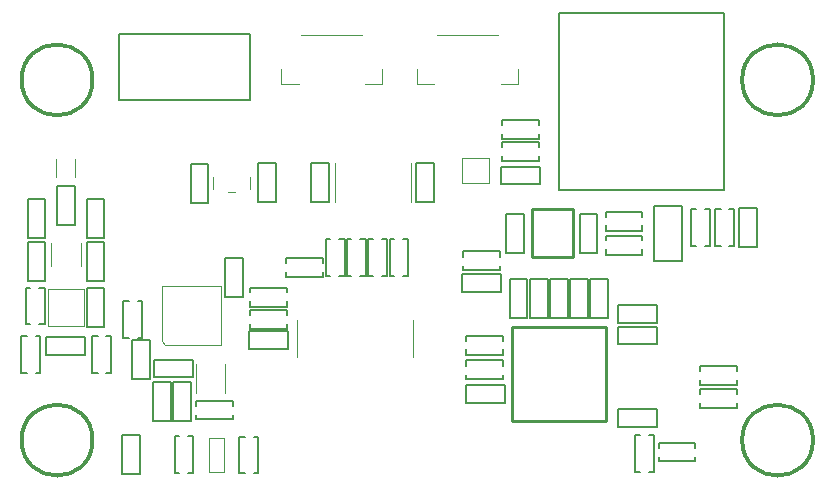
<source format=gbr>
G04*
G04 #@! TF.GenerationSoftware,Altium Limited,Altium Designer,24.7.2 (38)*
G04*
G04 Layer_Color=32768*
%FSLAX25Y25*%
%MOIN*%
G70*
G04*
G04 #@! TF.SameCoordinates,AB7849DE-EAC8-4354-A705-FC1E97C67EB3*
G04*
G04*
G04 #@! TF.FilePolarity,Positive*
G04*
G01*
G75*
%ADD13C,0.00787*%
%ADD15C,0.01000*%
%ADD16C,0.00394*%
%ADD20C,0.01181*%
%ADD21C,0.00500*%
%ADD23C,0.00197*%
D13*
X313976Y285236D02*
X369094D01*
Y344291D01*
X313976Y285236D02*
Y344291D01*
X369094D01*
X167198Y315074D02*
X211095D01*
X167198D02*
Y337122D01*
X211095D01*
Y315074D02*
Y337122D01*
D15*
X298228Y208071D02*
X329724D01*
X298228D02*
Y239567D01*
X329724D01*
Y208071D02*
Y239567D01*
X305008Y262669D02*
X318508D01*
Y278669D01*
X305008D02*
X318508D01*
X305008Y262669D02*
Y278669D01*
D16*
X265394Y229331D02*
Y241929D01*
X226732Y229331D02*
Y241929D01*
X273228Y336811D02*
X293701D01*
X300197Y320472D02*
Y325590D01*
X294488Y320472D02*
X300197D01*
X266732D02*
Y325590D01*
Y320472D02*
X272441D01*
X227953Y336811D02*
X248425D01*
X254921Y320472D02*
Y325590D01*
X249213Y320472D02*
X254921D01*
X221457D02*
Y325590D01*
Y320472D02*
X227165D01*
X181509Y253172D02*
X201194D01*
Y233487D02*
Y253172D01*
X182690Y233487D02*
X201194D01*
X181509Y234668D02*
Y253172D01*
Y234668D02*
X182690Y233487D01*
X197146Y191142D02*
X202264D01*
Y202559D01*
X197146D02*
X202264D01*
X197146Y191142D02*
Y202559D01*
X202621Y217591D02*
Y227237D01*
X192975Y217591D02*
Y227237D01*
X143504Y239862D02*
X155709D01*
Y252067D01*
X143504D02*
X155709D01*
X143504Y245965D02*
Y252067D01*
Y239862D02*
Y245965D01*
X152756Y289469D02*
Y295374D01*
X146457Y289469D02*
Y295374D01*
X154724Y259744D02*
Y267618D01*
X144488Y259744D02*
Y267618D01*
X264764Y281102D02*
Y294094D01*
X239173Y281102D02*
Y294094D01*
X203543Y284449D02*
X205906D01*
X210827Y285630D02*
Y289567D01*
X198622Y285630D02*
Y289567D01*
D20*
X398622Y201772D02*
G03*
X398622Y201772I-11811J0D01*
G01*
Y321850D02*
G03*
X398622Y321850I-11811J0D01*
G01*
X158465Y201772D02*
G03*
X158465Y201772I-11811J0D01*
G01*
Y321850D02*
G03*
X158465Y321850I-11811J0D01*
G01*
D21*
X310142Y242507D02*
Y255500D01*
X304237Y242507D02*
X310142D01*
X304237D02*
Y255500D01*
X310142D01*
X333734Y206299D02*
Y212205D01*
Y206299D02*
X346727D01*
Y212205D01*
X333734D02*
X346727D01*
X142520Y240354D02*
Y252559D01*
X140648D02*
X142520D01*
X136223D02*
X137698D01*
X136223Y240357D02*
X136226Y240354D01*
X136223Y240357D02*
Y252559D01*
X136226Y240354D02*
X137700D01*
X140647D02*
X142520D01*
X185446Y208290D02*
X191351D01*
Y221282D01*
X185446D02*
X191351D01*
X185446Y208290D02*
Y221282D01*
X192106Y190921D02*
Y203126D01*
X190235D02*
X192106D01*
X185810D02*
X187285D01*
X185810Y190924D02*
X185813Y190921D01*
X185810Y190924D02*
Y203126D01*
X185813Y190921D02*
X187286D01*
X190233D02*
X192106D01*
X365945Y266535D02*
Y278740D01*
Y266535D02*
X367816D01*
X370766D02*
X372241D01*
X372238Y278740D02*
X372241Y278737D01*
Y266535D02*
Y278737D01*
X370765Y278740D02*
X372238D01*
X365945D02*
X367818D01*
X207382Y190748D02*
Y202953D01*
Y190748D02*
X209253D01*
X212203D02*
X213678D01*
X213675Y202953D02*
X213678Y202950D01*
Y190748D02*
Y202950D01*
X212202Y202953D02*
X213675D01*
X207382D02*
X209255D01*
X168287Y190528D02*
Y203520D01*
X174193D01*
Y190528D02*
Y203520D01*
X168287Y190528D02*
X174193D01*
X202559Y249410D02*
Y262402D01*
X208465D01*
Y249410D02*
Y262402D01*
X202559Y249410D02*
X208465D01*
X205328Y213110D02*
Y214983D01*
Y208690D02*
Y210163D01*
X193123Y208687D02*
X205325D01*
X205328Y208690D01*
X193123Y208687D02*
Y210162D01*
Y213111D02*
Y214983D01*
X205328D01*
X178556Y208290D02*
Y221282D01*
X184462D01*
Y208290D02*
Y221282D01*
X178556Y208290D02*
X184462D01*
X178950Y228566D02*
X191942D01*
Y222660D02*
Y228566D01*
X178950Y222660D02*
X191942D01*
X178950D02*
Y228566D01*
X171666Y222070D02*
Y235062D01*
X177572D01*
Y222070D02*
Y235062D01*
X171666Y222070D02*
X177572D01*
X168701Y248031D02*
X170574D01*
X173521D02*
X174994D01*
X174997Y235827D02*
Y248028D01*
X174994Y248031D02*
X174997Y248028D01*
X173522Y235827D02*
X174997D01*
X168701D02*
X170572D01*
X168701D02*
Y248031D01*
X329528Y271457D02*
X341732D01*
Y273328D01*
Y276278D02*
Y277753D01*
X329528Y277750D02*
X329531Y277753D01*
X341732D01*
X329528Y276277D02*
Y277750D01*
Y271457D02*
Y273330D01*
Y263583D02*
Y265456D01*
Y268403D02*
Y269876D01*
X329531Y269879D02*
X341732D01*
X329528Y269876D02*
X329531Y269879D01*
X341732Y268404D02*
Y269879D01*
Y263583D02*
Y265454D01*
X329528Y263583D02*
X341732D01*
X326772Y264173D02*
Y277165D01*
X320866Y264173D02*
X326772D01*
X320866D02*
Y277165D01*
X326772D01*
X281652Y251091D02*
X294644D01*
X281652D02*
Y256996D01*
X294644D01*
Y251091D02*
Y256996D01*
X282087Y264764D02*
X294291D01*
X282087Y262892D02*
Y264764D01*
Y258468D02*
Y259942D01*
X294288Y258468D02*
X294291Y258471D01*
X282087Y258468D02*
X294288D01*
X294291Y258471D02*
Y259944D01*
Y262891D02*
Y264764D01*
X296260Y264173D02*
Y277165D01*
X302165D01*
Y264173D02*
Y277165D01*
X296260Y264173D02*
X302165D01*
X345669Y279724D02*
X355118D01*
X345669Y261614D02*
X355118D01*
Y279724D01*
X345669Y261614D02*
Y279724D01*
X295276Y226473D02*
Y228346D01*
Y222053D02*
Y223527D01*
X283071Y222050D02*
X295273D01*
X295276Y222053D01*
X283071Y222050D02*
Y223525D01*
Y226475D02*
Y228346D01*
X295276D01*
X282833Y214280D02*
X295825D01*
X282833D02*
Y220185D01*
X295825D01*
Y214280D02*
Y220185D01*
X283071Y230118D02*
X295276D01*
Y231990D01*
Y234940D02*
Y236414D01*
X283071Y236411D02*
X283074Y236414D01*
X295276D01*
X283071Y234938D02*
Y236411D01*
Y230118D02*
Y231991D01*
X297539Y255492D02*
X303445D01*
X297539Y242500D02*
Y255492D01*
Y242500D02*
X303445D01*
Y255492D01*
X374016Y279134D02*
X379921D01*
X374016Y266142D02*
Y279134D01*
Y266142D02*
X379921D01*
Y279134D01*
X317703Y255577D02*
X323608D01*
X317703Y242585D02*
Y255577D01*
Y242585D02*
X323608D01*
Y255577D01*
X324436Y255538D02*
X330341D01*
X324436Y242546D02*
Y255538D01*
Y242546D02*
X330341D01*
Y255538D01*
X362497Y266535D02*
X364370D01*
X358077D02*
X359550D01*
X358074Y266538D02*
Y278740D01*
Y266538D02*
X358077Y266535D01*
X358074Y278740D02*
X359549D01*
X362498D02*
X364370D01*
Y266535D02*
Y278740D01*
X263779Y256496D02*
Y268701D01*
X261908D02*
X263779D01*
X257483D02*
X258958D01*
X257483Y256499D02*
X257486Y256496D01*
X257483Y256499D02*
Y268701D01*
X257486Y256496D02*
X258960D01*
X261907D02*
X263779D01*
X256693D02*
Y268701D01*
X254821D02*
X256693D01*
X250397D02*
X251872D01*
X250397Y256499D02*
X250400Y256496D01*
X250397Y256499D02*
Y268701D01*
X250400Y256496D02*
X251873D01*
X254820D02*
X256693D01*
X249606D02*
Y268701D01*
X247735D02*
X249606D01*
X243310D02*
X244785D01*
X243310Y256499D02*
X243313Y256496D01*
X243310Y256499D02*
Y268701D01*
X243313Y256496D02*
X244786D01*
X247733D02*
X249606D01*
X242520D02*
Y268701D01*
X240648D02*
X242520D01*
X236223D02*
X237698D01*
X236223Y256499D02*
X236226Y256496D01*
X236223Y256499D02*
Y268701D01*
X236226Y256496D02*
X237700D01*
X240647D02*
X242520D01*
X294685Y292933D02*
X307677D01*
Y287027D02*
Y292933D01*
X294685Y287027D02*
X307677D01*
X294685D02*
Y292933D01*
X210630Y232087D02*
X223622D01*
X210630D02*
Y237992D01*
X223622D01*
Y232087D02*
Y237992D01*
X222939Y256102D02*
X235144D01*
Y257974D01*
Y260924D02*
Y262399D01*
X222939Y262396D02*
X222942Y262399D01*
X235144D01*
X222939Y260922D02*
Y262396D01*
Y256102D02*
Y257975D01*
X158268Y236417D02*
X160141D01*
X163088D02*
X164561D01*
X164564Y224213D02*
Y236414D01*
X164561Y236417D02*
X164564Y236414D01*
X163089Y224213D02*
X164564D01*
X158268D02*
X160139D01*
X158268D02*
Y236417D01*
X134646D02*
X136519D01*
X139466D02*
X140939D01*
X140942Y224213D02*
Y236414D01*
X140939Y236417D02*
X140942Y236414D01*
X139467Y224213D02*
X140942D01*
X134646D02*
X136517D01*
X134646D02*
Y236417D01*
X143110Y230217D02*
Y236122D01*
Y230217D02*
X156102D01*
Y236122D01*
X143110D02*
X156102D01*
X152559Y273425D02*
Y286417D01*
X146653Y273425D02*
X152559D01*
X146653D02*
Y286417D01*
X152559D01*
X136811Y269094D02*
X142717D01*
Y282087D01*
X136811D02*
X142717D01*
X136811Y269094D02*
Y282087D01*
X156496Y267913D02*
X162402D01*
X156496Y254921D02*
Y267913D01*
Y254921D02*
X162402D01*
Y267913D01*
X136811D02*
X142717D01*
X136811Y254921D02*
Y267913D01*
Y254921D02*
X142717D01*
Y267913D01*
X156496Y269094D02*
X162402D01*
Y282087D01*
X156496D02*
X162402D01*
X156496Y269094D02*
Y282087D01*
Y239567D02*
X162402D01*
Y252559D01*
X156496D02*
X162402D01*
X156496Y239567D02*
Y252559D01*
X333661Y239567D02*
X346654D01*
Y233661D02*
Y239567D01*
X333661Y233661D02*
X346654D01*
X333661D02*
Y239567D01*
X361024Y212402D02*
X373228D01*
Y214273D01*
Y217223D02*
Y218698D01*
X361024Y218695D02*
X361027Y218698D01*
X373228D01*
X361024Y217221D02*
Y218695D01*
Y212402D02*
Y214275D01*
X295079Y294704D02*
X307283D01*
Y296576D01*
Y299526D02*
Y301001D01*
X295079Y300998D02*
X295082Y301001D01*
X307283D01*
X295079Y299524D02*
Y300998D01*
Y294704D02*
Y296577D01*
X211024Y245276D02*
X223228D01*
X211024Y243404D02*
Y245276D01*
Y238979D02*
Y240454D01*
X223225Y238979D02*
X223228Y238982D01*
X211024Y238979D02*
X223225D01*
X223228Y238982D02*
Y240456D01*
Y243403D02*
Y245276D01*
X347244Y200984D02*
X359449D01*
X347244Y199113D02*
Y200984D01*
Y194688D02*
Y196163D01*
X359446Y194688D02*
X359449Y194691D01*
X347244Y194688D02*
X359446D01*
X359449Y194691D02*
Y196164D01*
Y199111D02*
Y200984D01*
X197047Y280709D02*
Y293701D01*
X191142Y280709D02*
X197047D01*
X191142D02*
Y293701D01*
X197047D01*
X213583Y281102D02*
Y294094D01*
X219488D01*
Y281102D02*
Y294094D01*
X213583Y281102D02*
X219488D01*
X231299D02*
Y294094D01*
X237205D01*
Y281102D02*
Y294094D01*
X231299Y281102D02*
X237205D01*
X266268Y281274D02*
Y294266D01*
X272174D01*
Y281274D02*
Y294266D01*
X266268Y281274D02*
X272174D01*
X343796Y191142D02*
X345669D01*
X339376D02*
X340849D01*
X339373Y191145D02*
Y203346D01*
Y191145D02*
X339376Y191142D01*
X339373Y203346D02*
X340848D01*
X343798D02*
X345669D01*
Y191142D02*
Y203346D01*
X211024Y246260D02*
Y248133D01*
Y251080D02*
Y252553D01*
X211027Y252556D02*
X223228D01*
X211024Y252553D02*
X211027Y252556D01*
X223228Y251081D02*
Y252556D01*
Y246260D02*
Y248131D01*
X211024Y246260D02*
X223228D01*
X307283Y306735D02*
Y308608D01*
Y302315D02*
Y303788D01*
X295079Y302312D02*
X307280D01*
X307283Y302315D01*
X295079Y302312D02*
Y303787D01*
Y306737D02*
Y308608D01*
X307283D01*
X361024Y226575D02*
X373228D01*
X361024Y224703D02*
Y226575D01*
Y220279D02*
Y221754D01*
X373225Y220279D02*
X373228Y220282D01*
X361024Y220279D02*
X373225D01*
X373228Y220282D02*
Y221755D01*
Y224702D02*
Y226575D01*
X333661Y246654D02*
X346654D01*
Y240748D02*
Y246654D01*
X333661Y240748D02*
X346654D01*
X333661D02*
Y246654D01*
X316895Y242527D02*
Y255519D01*
X310989Y242527D02*
X316895D01*
X310989D02*
Y255519D01*
X316895D01*
D23*
X286221Y287598D02*
X290748D01*
X281693D02*
Y295866D01*
Y287598D02*
X286221D01*
X281693Y295866D02*
X286221D01*
X290748Y287598D02*
Y295866D01*
X286221D02*
X290748D01*
M02*

</source>
